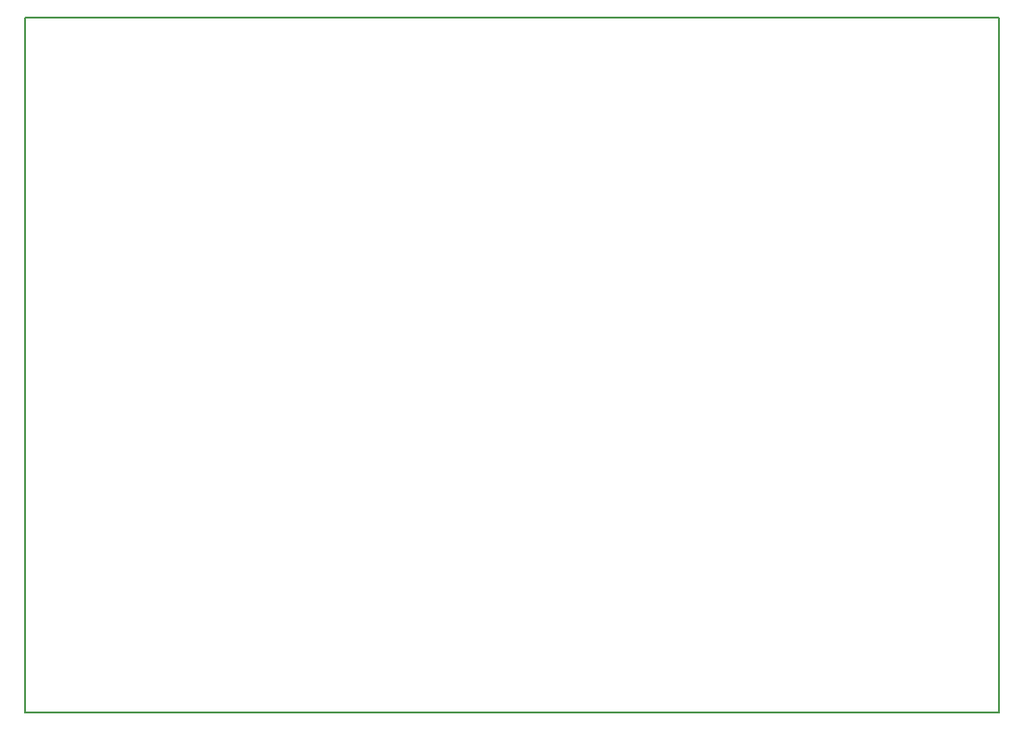
<source format=gbr>
From 30c90e7349294ab25481bf4996bca3b7374fb16f Mon Sep 17 00:00:00 2001
From: Blaise Thompson <blaise@untzag.com>
Date: Wed, 29 Jan 2020 16:14:24 -0600
Subject: 4.0.0

---
 PCB/gerber/galvanostat-Edge_Cuts.gbr | 23 -----------------------
 1 file changed, 23 deletions(-)
 delete mode 100644 PCB/gerber/galvanostat-Edge_Cuts.gbr

(limited to 'PCB/gerber/galvanostat-Edge_Cuts.gbr')

diff --git a/PCB/gerber/galvanostat-Edge_Cuts.gbr b/PCB/gerber/galvanostat-Edge_Cuts.gbr
deleted file mode 100644
index 86b1463..0000000
--- a/PCB/gerber/galvanostat-Edge_Cuts.gbr
+++ /dev/null
@@ -1,23 +0,0 @@
-G04 #@! TF.GenerationSoftware,KiCad,Pcbnew,5.1.2+dfsg1-1*
-G04 #@! TF.CreationDate,2019-06-11T14:10:43-05:00*
-G04 #@! TF.ProjectId,galvanostat,67616c76-616e-46f7-9374-61742e6b6963,C*
-G04 #@! TF.SameCoordinates,Original*
-G04 #@! TF.FileFunction,Profile,NP*
-%FSLAX46Y46*%
-G04 Gerber Fmt 4.6, Leading zero omitted, Abs format (unit mm)*
-G04 Created by KiCad (PCBNEW 5.1.2+dfsg1-1) date 2019-06-11 14:10:43*
-%MOMM*%
-%LPD*%
-G04 APERTURE LIST*
-%ADD10C,0.150000*%
-G04 APERTURE END LIST*
-D10*
-X158750000Y-44450000D02*
-X158750000Y-107950000D01*
-X69850000Y-44450000D02*
-X158750000Y-44450000D01*
-X69850000Y-107950000D02*
-X69850000Y-44450000D01*
-X158750000Y-107950000D02*
-X69850000Y-107950000D01*
-M02*
-- 
cgit v1.2.3


</source>
